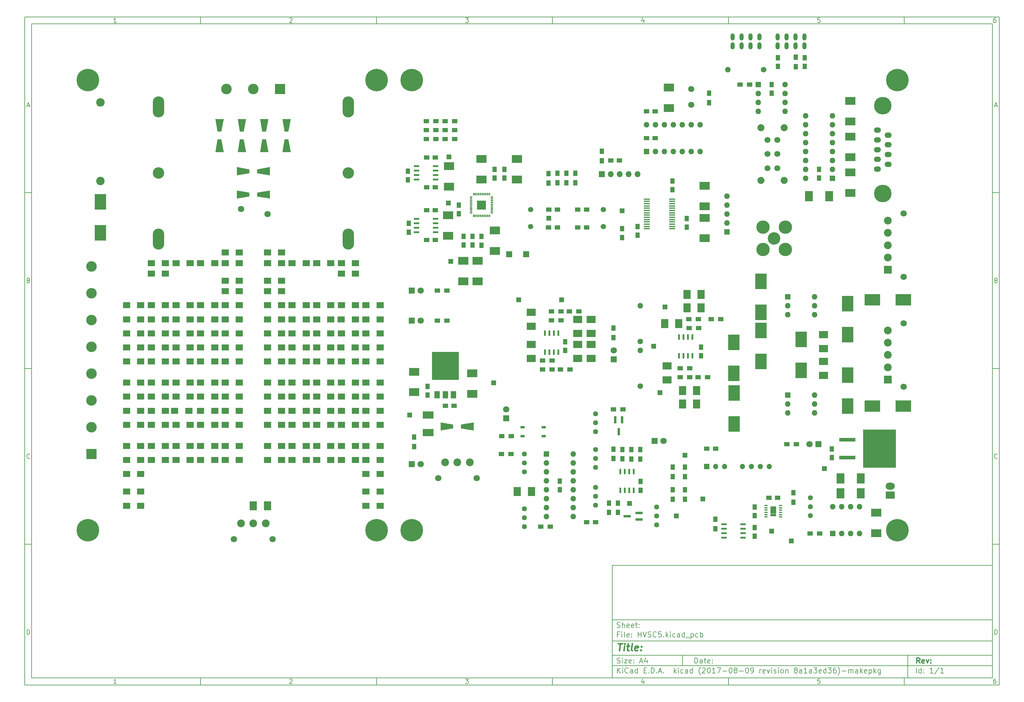
<source format=gbr>
G04 #@! TF.GenerationSoftware,KiCad,Pcbnew,(2017-08-09 revision 8a1a3ed36)-makepkg*
G04 #@! TF.CreationDate,2018-06-18T14:06:25+02:00*
G04 #@! TF.ProjectId,HVSC5,48565343352E6B696361645F70636200,rev?*
G04 #@! TF.SameCoordinates,Original*
G04 #@! TF.FileFunction,Soldermask,Top*
G04 #@! TF.FilePolarity,Negative*
%FSLAX46Y46*%
G04 Gerber Fmt 4.6, Leading zero omitted, Abs format (unit mm)*
G04 Created by KiCad (PCBNEW (2017-08-09 revision 8a1a3ed36)-makepkg) date 06/18/18 14:06:25*
%MOMM*%
%LPD*%
G01*
G04 APERTURE LIST*
%ADD10C,0.100000*%
%ADD11C,0.150000*%
%ADD12C,0.300000*%
%ADD13C,0.400000*%
%ADD14C,1.750000*%
%ADD15R,2.000000X1.700000*%
%ADD16R,1.500000X1.300000*%
%ADD17R,0.600000X1.550000*%
%ADD18R,1.250000X1.500000*%
%ADD19R,1.500000X2.000000*%
%ADD20R,7.600000X8.000000*%
%ADD21R,2.500000X2.000000*%
%ADD22R,1.350000X1.350000*%
%ADD23R,4.500000X3.300000*%
%ADD24R,3.300000X4.500000*%
%ADD25C,2.000000*%
%ADD26C,1.700000*%
%ADD27C,1.440000*%
%ADD28O,1.600000X1.600000*%
%ADD29R,1.600000X1.600000*%
%ADD30R,1.550000X0.600000*%
%ADD31R,0.700000X2.000000*%
%ADD32R,2.000000X0.700000*%
%ADD33R,3.000000X2.200000*%
%ADD34R,2.200000X3.000000*%
%ADD35C,1.600000*%
%ADD36R,2.500000X2.500000*%
%ADD37R,0.299720X0.800000*%
%ADD38R,0.800000X0.299720*%
%ADD39R,0.825000X0.712500*%
%ADD40R,0.890000X0.350000*%
%ADD41C,2.200000*%
%ADD42R,2.200000X2.200000*%
%ADD43C,1.800000*%
%ADD44R,1.750000X0.300000*%
%ADD45C,1.676868*%
%ADD46O,1.700000X1.700000*%
%ADD47R,1.700000X1.700000*%
%ADD48R,2.000000X2.500000*%
%ADD49R,9.400000X10.800000*%
%ADD50R,4.600000X1.100000*%
%ADD51O,2.600000X2.000000*%
%ADD52R,2.600000X2.000000*%
%ADD53R,1.500000X1.250000*%
%ADD54R,1.800000X1.800000*%
%ADD55R,3.150000X2.000000*%
%ADD56C,3.250000*%
%ADD57O,3.250000X6.000000*%
%ADD58C,6.400000*%
%ADD59C,0.800000*%
%ADD60C,3.810000*%
%ADD61C,3.556000*%
%ADD62C,5.001260*%
%ADD63O,1.998980X1.501140*%
%ADD64R,3.000000X3.000000*%
%ADD65C,3.000000*%
%ADD66R,1.750000X1.700000*%
%ADD67R,1.300000X1.500000*%
%ADD68O,2.400000X2.400000*%
%ADD69C,2.400000*%
%ADD70O,1.200000X2.000000*%
%ADD71O,1.500000X1.500000*%
%ADD72R,1.500000X1.500000*%
%ADD73R,1.200000X0.800000*%
%ADD74C,1.500000*%
G04 APERTURE END LIST*
D10*
D11*
X177002200Y-166007200D02*
X177002200Y-198007200D01*
X285002200Y-198007200D01*
X285002200Y-166007200D01*
X177002200Y-166007200D01*
D10*
D11*
X10000000Y-10000000D02*
X10000000Y-200007200D01*
X287002200Y-200007200D01*
X287002200Y-10000000D01*
X10000000Y-10000000D01*
D10*
D11*
X12000000Y-12000000D02*
X12000000Y-198007200D01*
X285002200Y-198007200D01*
X285002200Y-12000000D01*
X12000000Y-12000000D01*
D10*
D11*
X60000000Y-12000000D02*
X60000000Y-10000000D01*
D10*
D11*
X110000000Y-12000000D02*
X110000000Y-10000000D01*
D10*
D11*
X160000000Y-12000000D02*
X160000000Y-10000000D01*
D10*
D11*
X210000000Y-12000000D02*
X210000000Y-10000000D01*
D10*
D11*
X260000000Y-12000000D02*
X260000000Y-10000000D01*
D10*
D11*
X36065476Y-11588095D02*
X35322619Y-11588095D01*
X35694047Y-11588095D02*
X35694047Y-10288095D01*
X35570238Y-10473809D01*
X35446428Y-10597619D01*
X35322619Y-10659523D01*
D10*
D11*
X85322619Y-10411904D02*
X85384523Y-10350000D01*
X85508333Y-10288095D01*
X85817857Y-10288095D01*
X85941666Y-10350000D01*
X86003571Y-10411904D01*
X86065476Y-10535714D01*
X86065476Y-10659523D01*
X86003571Y-10845238D01*
X85260714Y-11588095D01*
X86065476Y-11588095D01*
D10*
D11*
X135260714Y-10288095D02*
X136065476Y-10288095D01*
X135632142Y-10783333D01*
X135817857Y-10783333D01*
X135941666Y-10845238D01*
X136003571Y-10907142D01*
X136065476Y-11030952D01*
X136065476Y-11340476D01*
X136003571Y-11464285D01*
X135941666Y-11526190D01*
X135817857Y-11588095D01*
X135446428Y-11588095D01*
X135322619Y-11526190D01*
X135260714Y-11464285D01*
D10*
D11*
X185941666Y-10721428D02*
X185941666Y-11588095D01*
X185632142Y-10226190D02*
X185322619Y-11154761D01*
X186127380Y-11154761D01*
D10*
D11*
X236003571Y-10288095D02*
X235384523Y-10288095D01*
X235322619Y-10907142D01*
X235384523Y-10845238D01*
X235508333Y-10783333D01*
X235817857Y-10783333D01*
X235941666Y-10845238D01*
X236003571Y-10907142D01*
X236065476Y-11030952D01*
X236065476Y-11340476D01*
X236003571Y-11464285D01*
X235941666Y-11526190D01*
X235817857Y-11588095D01*
X235508333Y-11588095D01*
X235384523Y-11526190D01*
X235322619Y-11464285D01*
D10*
D11*
X285941666Y-10288095D02*
X285694047Y-10288095D01*
X285570238Y-10350000D01*
X285508333Y-10411904D01*
X285384523Y-10597619D01*
X285322619Y-10845238D01*
X285322619Y-11340476D01*
X285384523Y-11464285D01*
X285446428Y-11526190D01*
X285570238Y-11588095D01*
X285817857Y-11588095D01*
X285941666Y-11526190D01*
X286003571Y-11464285D01*
X286065476Y-11340476D01*
X286065476Y-11030952D01*
X286003571Y-10907142D01*
X285941666Y-10845238D01*
X285817857Y-10783333D01*
X285570238Y-10783333D01*
X285446428Y-10845238D01*
X285384523Y-10907142D01*
X285322619Y-11030952D01*
D10*
D11*
X60000000Y-198007200D02*
X60000000Y-200007200D01*
D10*
D11*
X110000000Y-198007200D02*
X110000000Y-200007200D01*
D10*
D11*
X160000000Y-198007200D02*
X160000000Y-200007200D01*
D10*
D11*
X210000000Y-198007200D02*
X210000000Y-200007200D01*
D10*
D11*
X260000000Y-198007200D02*
X260000000Y-200007200D01*
D10*
D11*
X36065476Y-199595295D02*
X35322619Y-199595295D01*
X35694047Y-199595295D02*
X35694047Y-198295295D01*
X35570238Y-198481009D01*
X35446428Y-198604819D01*
X35322619Y-198666723D01*
D10*
D11*
X85322619Y-198419104D02*
X85384523Y-198357200D01*
X85508333Y-198295295D01*
X85817857Y-198295295D01*
X85941666Y-198357200D01*
X86003571Y-198419104D01*
X86065476Y-198542914D01*
X86065476Y-198666723D01*
X86003571Y-198852438D01*
X85260714Y-199595295D01*
X86065476Y-199595295D01*
D10*
D11*
X135260714Y-198295295D02*
X136065476Y-198295295D01*
X135632142Y-198790533D01*
X135817857Y-198790533D01*
X135941666Y-198852438D01*
X136003571Y-198914342D01*
X136065476Y-199038152D01*
X136065476Y-199347676D01*
X136003571Y-199471485D01*
X135941666Y-199533390D01*
X135817857Y-199595295D01*
X135446428Y-199595295D01*
X135322619Y-199533390D01*
X135260714Y-199471485D01*
D10*
D11*
X185941666Y-198728628D02*
X185941666Y-199595295D01*
X185632142Y-198233390D02*
X185322619Y-199161961D01*
X186127380Y-199161961D01*
D10*
D11*
X236003571Y-198295295D02*
X235384523Y-198295295D01*
X235322619Y-198914342D01*
X235384523Y-198852438D01*
X235508333Y-198790533D01*
X235817857Y-198790533D01*
X235941666Y-198852438D01*
X236003571Y-198914342D01*
X236065476Y-199038152D01*
X236065476Y-199347676D01*
X236003571Y-199471485D01*
X235941666Y-199533390D01*
X235817857Y-199595295D01*
X235508333Y-199595295D01*
X235384523Y-199533390D01*
X235322619Y-199471485D01*
D10*
D11*
X285941666Y-198295295D02*
X285694047Y-198295295D01*
X285570238Y-198357200D01*
X285508333Y-198419104D01*
X285384523Y-198604819D01*
X285322619Y-198852438D01*
X285322619Y-199347676D01*
X285384523Y-199471485D01*
X285446428Y-199533390D01*
X285570238Y-199595295D01*
X285817857Y-199595295D01*
X285941666Y-199533390D01*
X286003571Y-199471485D01*
X286065476Y-199347676D01*
X286065476Y-199038152D01*
X286003571Y-198914342D01*
X285941666Y-198852438D01*
X285817857Y-198790533D01*
X285570238Y-198790533D01*
X285446428Y-198852438D01*
X285384523Y-198914342D01*
X285322619Y-199038152D01*
D10*
D11*
X10000000Y-60000000D02*
X12000000Y-60000000D01*
D10*
D11*
X10000000Y-110000000D02*
X12000000Y-110000000D01*
D10*
D11*
X10000000Y-160000000D02*
X12000000Y-160000000D01*
D10*
D11*
X10690476Y-35216666D02*
X11309523Y-35216666D01*
X10566666Y-35588095D02*
X11000000Y-34288095D01*
X11433333Y-35588095D01*
D10*
D11*
X11092857Y-84907142D02*
X11278571Y-84969047D01*
X11340476Y-85030952D01*
X11402380Y-85154761D01*
X11402380Y-85340476D01*
X11340476Y-85464285D01*
X11278571Y-85526190D01*
X11154761Y-85588095D01*
X10659523Y-85588095D01*
X10659523Y-84288095D01*
X11092857Y-84288095D01*
X11216666Y-84350000D01*
X11278571Y-84411904D01*
X11340476Y-84535714D01*
X11340476Y-84659523D01*
X11278571Y-84783333D01*
X11216666Y-84845238D01*
X11092857Y-84907142D01*
X10659523Y-84907142D01*
D10*
D11*
X11402380Y-135464285D02*
X11340476Y-135526190D01*
X11154761Y-135588095D01*
X11030952Y-135588095D01*
X10845238Y-135526190D01*
X10721428Y-135402380D01*
X10659523Y-135278571D01*
X10597619Y-135030952D01*
X10597619Y-134845238D01*
X10659523Y-134597619D01*
X10721428Y-134473809D01*
X10845238Y-134350000D01*
X11030952Y-134288095D01*
X11154761Y-134288095D01*
X11340476Y-134350000D01*
X11402380Y-134411904D01*
D10*
D11*
X10659523Y-185588095D02*
X10659523Y-184288095D01*
X10969047Y-184288095D01*
X11154761Y-184350000D01*
X11278571Y-184473809D01*
X11340476Y-184597619D01*
X11402380Y-184845238D01*
X11402380Y-185030952D01*
X11340476Y-185278571D01*
X11278571Y-185402380D01*
X11154761Y-185526190D01*
X10969047Y-185588095D01*
X10659523Y-185588095D01*
D10*
D11*
X287002200Y-60000000D02*
X285002200Y-60000000D01*
D10*
D11*
X287002200Y-110000000D02*
X285002200Y-110000000D01*
D10*
D11*
X287002200Y-160000000D02*
X285002200Y-160000000D01*
D10*
D11*
X285692676Y-35216666D02*
X286311723Y-35216666D01*
X285568866Y-35588095D02*
X286002200Y-34288095D01*
X286435533Y-35588095D01*
D10*
D11*
X286095057Y-84907142D02*
X286280771Y-84969047D01*
X286342676Y-85030952D01*
X286404580Y-85154761D01*
X286404580Y-85340476D01*
X286342676Y-85464285D01*
X286280771Y-85526190D01*
X286156961Y-85588095D01*
X285661723Y-85588095D01*
X285661723Y-84288095D01*
X286095057Y-84288095D01*
X286218866Y-84350000D01*
X286280771Y-84411904D01*
X286342676Y-84535714D01*
X286342676Y-84659523D01*
X286280771Y-84783333D01*
X286218866Y-84845238D01*
X286095057Y-84907142D01*
X285661723Y-84907142D01*
D10*
D11*
X286404580Y-135464285D02*
X286342676Y-135526190D01*
X286156961Y-135588095D01*
X286033152Y-135588095D01*
X285847438Y-135526190D01*
X285723628Y-135402380D01*
X285661723Y-135278571D01*
X285599819Y-135030952D01*
X285599819Y-134845238D01*
X285661723Y-134597619D01*
X285723628Y-134473809D01*
X285847438Y-134350000D01*
X286033152Y-134288095D01*
X286156961Y-134288095D01*
X286342676Y-134350000D01*
X286404580Y-134411904D01*
D10*
D11*
X285661723Y-185588095D02*
X285661723Y-184288095D01*
X285971247Y-184288095D01*
X286156961Y-184350000D01*
X286280771Y-184473809D01*
X286342676Y-184597619D01*
X286404580Y-184845238D01*
X286404580Y-185030952D01*
X286342676Y-185278571D01*
X286280771Y-185402380D01*
X286156961Y-185526190D01*
X285971247Y-185588095D01*
X285661723Y-185588095D01*
D10*
D11*
X200434342Y-193785771D02*
X200434342Y-192285771D01*
X200791485Y-192285771D01*
X201005771Y-192357200D01*
X201148628Y-192500057D01*
X201220057Y-192642914D01*
X201291485Y-192928628D01*
X201291485Y-193142914D01*
X201220057Y-193428628D01*
X201148628Y-193571485D01*
X201005771Y-193714342D01*
X200791485Y-193785771D01*
X200434342Y-193785771D01*
X202577200Y-193785771D02*
X202577200Y-193000057D01*
X202505771Y-192857200D01*
X202362914Y-192785771D01*
X202077200Y-192785771D01*
X201934342Y-192857200D01*
X202577200Y-193714342D02*
X202434342Y-193785771D01*
X202077200Y-193785771D01*
X201934342Y-193714342D01*
X201862914Y-193571485D01*
X201862914Y-193428628D01*
X201934342Y-193285771D01*
X202077200Y-193214342D01*
X202434342Y-193214342D01*
X202577200Y-193142914D01*
X203077200Y-192785771D02*
X203648628Y-192785771D01*
X203291485Y-192285771D02*
X203291485Y-193571485D01*
X203362914Y-193714342D01*
X203505771Y-193785771D01*
X203648628Y-193785771D01*
X204720057Y-193714342D02*
X204577200Y-193785771D01*
X204291485Y-193785771D01*
X204148628Y-193714342D01*
X204077200Y-193571485D01*
X204077200Y-193000057D01*
X204148628Y-192857200D01*
X204291485Y-192785771D01*
X204577200Y-192785771D01*
X204720057Y-192857200D01*
X204791485Y-193000057D01*
X204791485Y-193142914D01*
X204077200Y-193285771D01*
X205434342Y-193642914D02*
X205505771Y-193714342D01*
X205434342Y-193785771D01*
X205362914Y-193714342D01*
X205434342Y-193642914D01*
X205434342Y-193785771D01*
X205434342Y-192857200D02*
X205505771Y-192928628D01*
X205434342Y-193000057D01*
X205362914Y-192928628D01*
X205434342Y-192857200D01*
X205434342Y-193000057D01*
D10*
D11*
X177002200Y-194507200D02*
X285002200Y-194507200D01*
D10*
D11*
X178434342Y-196585771D02*
X178434342Y-195085771D01*
X179291485Y-196585771D02*
X178648628Y-195728628D01*
X179291485Y-195085771D02*
X178434342Y-195942914D01*
X179934342Y-196585771D02*
X179934342Y-195585771D01*
X179934342Y-195085771D02*
X179862914Y-195157200D01*
X179934342Y-195228628D01*
X180005771Y-195157200D01*
X179934342Y-195085771D01*
X179934342Y-195228628D01*
X181505771Y-196442914D02*
X181434342Y-196514342D01*
X181220057Y-196585771D01*
X181077200Y-196585771D01*
X180862914Y-196514342D01*
X180720057Y-196371485D01*
X180648628Y-196228628D01*
X180577200Y-195942914D01*
X180577200Y-195728628D01*
X180648628Y-195442914D01*
X180720057Y-195300057D01*
X180862914Y-195157200D01*
X181077200Y-195085771D01*
X181220057Y-195085771D01*
X181434342Y-195157200D01*
X181505771Y-195228628D01*
X182791485Y-196585771D02*
X182791485Y-195800057D01*
X182720057Y-195657200D01*
X182577200Y-195585771D01*
X182291485Y-195585771D01*
X182148628Y-195657200D01*
X182791485Y-196514342D02*
X182648628Y-196585771D01*
X182291485Y-196585771D01*
X182148628Y-196514342D01*
X182077200Y-196371485D01*
X182077200Y-196228628D01*
X182148628Y-196085771D01*
X182291485Y-196014342D01*
X182648628Y-196014342D01*
X182791485Y-195942914D01*
X184148628Y-196585771D02*
X184148628Y-195085771D01*
X184148628Y-196514342D02*
X184005771Y-196585771D01*
X183720057Y-196585771D01*
X183577200Y-196514342D01*
X183505771Y-196442914D01*
X183434342Y-196300057D01*
X183434342Y-195871485D01*
X183505771Y-195728628D01*
X183577200Y-195657200D01*
X183720057Y-195585771D01*
X184005771Y-195585771D01*
X184148628Y-195657200D01*
X186005771Y-195800057D02*
X186505771Y-195800057D01*
X186720057Y-196585771D02*
X186005771Y-196585771D01*
X186005771Y-195085771D01*
X186720057Y-195085771D01*
X187362914Y-196442914D02*
X187434342Y-196514342D01*
X187362914Y-196585771D01*
X187291485Y-196514342D01*
X187362914Y-196442914D01*
X187362914Y-196585771D01*
X188077200Y-196585771D02*
X188077200Y-195085771D01*
X188434342Y-195085771D01*
X188648628Y-195157200D01*
X188791485Y-195300057D01*
X188862914Y-195442914D01*
X188934342Y-195728628D01*
X188934342Y-195942914D01*
X188862914Y-196228628D01*
X188791485Y-196371485D01*
X188648628Y-196514342D01*
X188434342Y-196585771D01*
X188077200Y-196585771D01*
X189577200Y-196442914D02*
X189648628Y-196514342D01*
X189577200Y-196585771D01*
X189505771Y-196514342D01*
X189577200Y-196442914D01*
X189577200Y-196585771D01*
X190220057Y-196157200D02*
X190934342Y-196157200D01*
X190077200Y-196585771D02*
X190577200Y-195085771D01*
X191077200Y-196585771D01*
X191577200Y-196442914D02*
X191648628Y-196514342D01*
X191577200Y-196585771D01*
X191505771Y-196514342D01*
X191577200Y-196442914D01*
X191577200Y-196585771D01*
X194577200Y-196585771D02*
X194577200Y-195085771D01*
X194720057Y-196014342D02*
X195148628Y-196585771D01*
X195148628Y-195585771D02*
X194577200Y-196157200D01*
X195791485Y-196585771D02*
X195791485Y-195585771D01*
X195791485Y-195085771D02*
X195720057Y-195157200D01*
X195791485Y-195228628D01*
X195862914Y-195157200D01*
X195791485Y-195085771D01*
X195791485Y-195228628D01*
X197148628Y-196514342D02*
X197005771Y-196585771D01*
X196720057Y-196585771D01*
X196577200Y-196514342D01*
X196505771Y-196442914D01*
X196434342Y-196300057D01*
X196434342Y-195871485D01*
X196505771Y-195728628D01*
X196577200Y-195657200D01*
X196720057Y-195585771D01*
X197005771Y-195585771D01*
X197148628Y-195657200D01*
X198434342Y-196585771D02*
X198434342Y-195800057D01*
X198362914Y-195657200D01*
X198220057Y-195585771D01*
X197934342Y-195585771D01*
X197791485Y-195657200D01*
X198434342Y-196514342D02*
X198291485Y-196585771D01*
X197934342Y-196585771D01*
X197791485Y-196514342D01*
X197720057Y-196371485D01*
X197720057Y-196228628D01*
X197791485Y-196085771D01*
X197934342Y-196014342D01*
X198291485Y-196014342D01*
X198434342Y-195942914D01*
X199791485Y-196585771D02*
X199791485Y-195085771D01*
X199791485Y-196514342D02*
X199648628Y-196585771D01*
X199362914Y-196585771D01*
X199220057Y-196514342D01*
X199148628Y-196442914D01*
X199077200Y-196300057D01*
X199077200Y-195871485D01*
X199148628Y-195728628D01*
X199220057Y-195657200D01*
X199362914Y-195585771D01*
X199648628Y-195585771D01*
X199791485Y-195657200D01*
X202077200Y-197157200D02*
X202005771Y-197085771D01*
X201862914Y-196871485D01*
X201791485Y-196728628D01*
X201720057Y-196514342D01*
X201648628Y-196157200D01*
X201648628Y-195871485D01*
X201720057Y-195514342D01*
X201791485Y-195300057D01*
X201862914Y-195157200D01*
X202005771Y-194942914D01*
X202077200Y-194871485D01*
X202577200Y-195228628D02*
X202648628Y-195157200D01*
X202791485Y-195085771D01*
X203148628Y-195085771D01*
X203291485Y-195157200D01*
X203362914Y-195228628D01*
X203434342Y-195371485D01*
X203434342Y-195514342D01*
X203362914Y-195728628D01*
X202505771Y-196585771D01*
X203434342Y-196585771D01*
X204362914Y-195085771D02*
X204505771Y-195085771D01*
X204648628Y-195157200D01*
X204720057Y-195228628D01*
X204791485Y-195371485D01*
X204862914Y-195657200D01*
X204862914Y-196014342D01*
X204791485Y-196300057D01*
X204720057Y-196442914D01*
X204648628Y-196514342D01*
X204505771Y-196585771D01*
X204362914Y-196585771D01*
X204220057Y-196514342D01*
X204148628Y-196442914D01*
X204077200Y-196300057D01*
X204005771Y-196014342D01*
X204005771Y-195657200D01*
X204077200Y-195371485D01*
X204148628Y-195228628D01*
X204220057Y-195157200D01*
X204362914Y-195085771D01*
X206291485Y-196585771D02*
X205434342Y-196585771D01*
X205862914Y-196585771D02*
X205862914Y-195085771D01*
X205720057Y-195300057D01*
X205577200Y-195442914D01*
X205434342Y-195514342D01*
X206791485Y-195085771D02*
X207791485Y-195085771D01*
X207148628Y-196585771D01*
X208362914Y-196014342D02*
X209505771Y-196014342D01*
X210505771Y-195085771D02*
X210648628Y-195085771D01*
X210791485Y-195157200D01*
X210862914Y-195228628D01*
X210934342Y-195371485D01*
X211005771Y-195657200D01*
X211005771Y-196014342D01*
X210934342Y-196300057D01*
X210862914Y-196442914D01*
X210791485Y-196514342D01*
X210648628Y-196585771D01*
X210505771Y-196585771D01*
X210362914Y-196514342D01*
X210291485Y-196442914D01*
X210220057Y-196300057D01*
X210148628Y-196014342D01*
X210148628Y-195657200D01*
X210220057Y-195371485D01*
X210291485Y-195228628D01*
X210362914Y-195157200D01*
X210505771Y-195085771D01*
X211862914Y-195728628D02*
X211720057Y-195657200D01*
X211648628Y-195585771D01*
X211577200Y-195442914D01*
X211577200Y-195371485D01*
X211648628Y-195228628D01*
X211720057Y-195157200D01*
X211862914Y-195085771D01*
X212148628Y-195085771D01*
X212291485Y-195157200D01*
X212362914Y-195228628D01*
X212434342Y-195371485D01*
X212434342Y-195442914D01*
X212362914Y-195585771D01*
X212291485Y-195657200D01*
X212148628Y-195728628D01*
X211862914Y-195728628D01*
X211720057Y-195800057D01*
X211648628Y-195871485D01*
X211577200Y-196014342D01*
X211577200Y-196300057D01*
X211648628Y-196442914D01*
X211720057Y-196514342D01*
X211862914Y-196585771D01*
X212148628Y-196585771D01*
X212291485Y-196514342D01*
X212362914Y-196442914D01*
X212434342Y-196300057D01*
X212434342Y-196014342D01*
X212362914Y-195871485D01*
X212291485Y-195800057D01*
X212148628Y-195728628D01*
X213077200Y-196014342D02*
X214220057Y-196014342D01*
X215220057Y-195085771D02*
X215362914Y-195085771D01*
X215505771Y-195157200D01*
X215577200Y-195228628D01*
X215648628Y-195371485D01*
X215720057Y-195657200D01*
X215720057Y-196014342D01*
X215648628Y-196300057D01*
X215577200Y-196442914D01*
X215505771Y-196514342D01*
X215362914Y-196585771D01*
X215220057Y-196585771D01*
X215077200Y-196514342D01*
X215005771Y-196442914D01*
X214934342Y-196300057D01*
X214862914Y-196014342D01*
X214862914Y-195657200D01*
X214934342Y-195371485D01*
X215005771Y-195228628D01*
X215077200Y-195157200D01*
X215220057Y-195085771D01*
X216434342Y-196585771D02*
X216720057Y-196585771D01*
X216862914Y-196514342D01*
X216934342Y-196442914D01*
X217077200Y-196228628D01*
X217148628Y-195942914D01*
X217148628Y-195371485D01*
X217077200Y-195228628D01*
X217005771Y-195157200D01*
X216862914Y-195085771D01*
X216577200Y-195085771D01*
X216434342Y-195157200D01*
X216362914Y-195228628D01*
X216291485Y-195371485D01*
X216291485Y-195728628D01*
X216362914Y-195871485D01*
X216434342Y-195942914D01*
X216577200Y-196014342D01*
X216862914Y-196014342D01*
X217005771Y-195942914D01*
X217077200Y-195871485D01*
X217148628Y-195728628D01*
X218934342Y-196585771D02*
X218934342Y-195585771D01*
X218934342Y-195871485D02*
X219005771Y-195728628D01*
X219077200Y-195657200D01*
X219220057Y-195585771D01*
X219362914Y-195585771D01*
X220434342Y-196514342D02*
X220291485Y-196585771D01*
X220005771Y-196585771D01*
X219862914Y-196514342D01*
X219791485Y-196371485D01*
X219791485Y-195800057D01*
X219862914Y-195657200D01*
X220005771Y-195585771D01*
X220291485Y-195585771D01*
X220434342Y-195657200D01*
X220505771Y-195800057D01*
X220505771Y-195942914D01*
X219791485Y-196085771D01*
X221005771Y-195585771D02*
X221362914Y-196585771D01*
X221720057Y-195585771D01*
X222291485Y-196585771D02*
X222291485Y-195585771D01*
X222291485Y-195085771D02*
X222220057Y-195157200D01*
X222291485Y-195228628D01*
X222362914Y-195157200D01*
X222291485Y-195085771D01*
X222291485Y-195228628D01*
X222934342Y-196514342D02*
X223077200Y-196585771D01*
X223362914Y-196585771D01*
X223505771Y-196514342D01*
X223577200Y-196371485D01*
X223577200Y-196300057D01*
X223505771Y-196157200D01*
X223362914Y-196085771D01*
X223148628Y-196085771D01*
X223005771Y-196014342D01*
X222934342Y-195871485D01*
X222934342Y-195800057D01*
X223005771Y-195657200D01*
X223148628Y-195585771D01*
X223362914Y-195585771D01*
X223505771Y-195657200D01*
X224220057Y-196585771D02*
X224220057Y-195585771D01*
X224220057Y-195085771D02*
X224148628Y-195157200D01*
X224220057Y-195228628D01*
X224291485Y-195157200D01*
X224220057Y-195085771D01*
X224220057Y-195228628D01*
X225148628Y-196585771D02*
X225005771Y-196514342D01*
X224934342Y-196442914D01*
X224862914Y-196300057D01*
X224862914Y-195871485D01*
X224934342Y-195728628D01*
X225005771Y-195657200D01*
X225148628Y-195585771D01*
X225362914Y-195585771D01*
X225505771Y-195657200D01*
X225577200Y-195728628D01*
X225648628Y-195871485D01*
X225648628Y-196300057D01*
X225577200Y-196442914D01*
X225505771Y-196514342D01*
X225362914Y-196585771D01*
X225148628Y-196585771D01*
X226291485Y-195585771D02*
X226291485Y-196585771D01*
X226291485Y-195728628D02*
X226362914Y-195657200D01*
X226505771Y-195585771D01*
X226720057Y-195585771D01*
X226862914Y-195657200D01*
X226934342Y-195800057D01*
X226934342Y-196585771D01*
X229005771Y-195728628D02*
X228862914Y-195657200D01*
X228791485Y-195585771D01*
X228720057Y-195442914D01*
X228720057Y-195371485D01*
X228791485Y-195228628D01*
X228862914Y-195157200D01*
X229005771Y-195085771D01*
X229291485Y-195085771D01*
X229434342Y-195157200D01*
X229505771Y-195228628D01*
X229577200Y-195371485D01*
X229577200Y-195442914D01*
X229505771Y-195585771D01*
X229434342Y-195657200D01*
X229291485Y-195728628D01*
X229005771Y-195728628D01*
X228862914Y-195800057D01*
X228791485Y-195871485D01*
X228720057Y-196014342D01*
X228720057Y-196300057D01*
X228791485Y-196442914D01*
X228862914Y-196514342D01*
X229005771Y-196585771D01*
X229291485Y-196585771D01*
X229434342Y-196514342D01*
X229505771Y-196442914D01*
X229577200Y-196300057D01*
X229577200Y-196014342D01*
X229505771Y-195871485D01*
X229434342Y-195800057D01*
X229291485Y-195728628D01*
X230862914Y-196585771D02*
X230862914Y-195800057D01*
X230791485Y-195657200D01*
X230648628Y-195585771D01*
X230362914Y-195585771D01*
X230220057Y-195657200D01*
X230862914Y-196514342D02*
X230720057Y-196585771D01*
X230362914Y-196585771D01*
X230220057Y-196514342D01*
X230148628Y-196371485D01*
X230148628Y-196228628D01*
X230220057Y-196085771D01*
X230362914Y-196014342D01*
X230720057Y-196014342D01*
X230862914Y-195942914D01*
X232362914Y-196585771D02*
X231505771Y-196585771D01*
X231934342Y-196585771D02*
X231934342Y-195085771D01*
X231791485Y-195300057D01*
X231648628Y-195442914D01*
X231505771Y-195514342D01*
X233648628Y-196585771D02*
X233648628Y-195800057D01*
X233577200Y-195657200D01*
X233434342Y-195585771D01*
X233148628Y-195585771D01*
X233005771Y-195657200D01*
X233648628Y-196514342D02*
X233505771Y-196585771D01*
X233148628Y-196585771D01*
X233005771Y-196514342D01*
X232934342Y-196371485D01*
X232934342Y-196228628D01*
X233005771Y-196085771D01*
X233148628Y-196014342D01*
X233505771Y-196014342D01*
X233648628Y-195942914D01*
X234220057Y-195085771D02*
X235148628Y-195085771D01*
X234648628Y-195657200D01*
X234862914Y-195657200D01*
X235005771Y-195728628D01*
X235077200Y-195800057D01*
X235148628Y-195942914D01*
X235148628Y-196300057D01*
X235077200Y-196442914D01*
X235005771Y-196514342D01*
X234862914Y-196585771D01*
X234434342Y-196585771D01*
X234291485Y-196514342D01*
X234220057Y-196442914D01*
X236362914Y-196514342D02*
X236220057Y-196585771D01*
X235934342Y-196585771D01*
X235791485Y-196514342D01*
X235720057Y-196371485D01*
X235720057Y-195800057D01*
X235791485Y-195657200D01*
X235934342Y-195585771D01*
X236220057Y-195585771D01*
X236362914Y-195657200D01*
X236434342Y-195800057D01*
X236434342Y-195942914D01*
X235720057Y-196085771D01*
X237720057Y-196585771D02*
X237720057Y-195085771D01*
X237720057Y-196514342D02*
X237577200Y-196585771D01*
X237291485Y-196585771D01*
X237148628Y-196514342D01*
X237077200Y-196442914D01*
X237005771Y-196300057D01*
X237005771Y-195871485D01*
X237077200Y-195728628D01*
X237148628Y-195657200D01*
X237291485Y-195585771D01*
X237577200Y-195585771D01*
X237720057Y-195657200D01*
X238291485Y-195085771D02*
X239220057Y-195085771D01*
X238720057Y-195657200D01*
X238934342Y-195657200D01*
X239077200Y-195728628D01*
X239148628Y-195800057D01*
X239220057Y-195942914D01*
X239220057Y-196300057D01*
X239148628Y-196442914D01*
X239077200Y-196514342D01*
X238934342Y-196585771D01*
X238505771Y-196585771D01*
X238362914Y-196514342D01*
X238291485Y-196442914D01*
X240505771Y-195085771D02*
X240220057Y-195085771D01*
X240077200Y-195157200D01*
X240005771Y-195228628D01*
X239862914Y-195442914D01*
X239791485Y-195728628D01*
X239791485Y-196300057D01*
X239862914Y-196442914D01*
X239934342Y-196514342D01*
X240077200Y-196585771D01*
X240362914Y-196585771D01*
X240505771Y-196514342D01*
X240577200Y-196442914D01*
X240648628Y-196300057D01*
X240648628Y-195942914D01*
X240577200Y-195800057D01*
X240505771Y-195728628D01*
X240362914Y-195657200D01*
X240077200Y-195657200D01*
X239934342Y-195728628D01*
X239862914Y-195800057D01*
X239791485Y-195942914D01*
X241148628Y-197157200D02*
X241220057Y-197085771D01*
X241362914Y-196871485D01*
X241434342Y-196728628D01*
X241505771Y-196514342D01*
X241577199Y-196157200D01*
X241577199Y-195871485D01*
X241505771Y-195514342D01*
X241434342Y-195300057D01*
X241362914Y-195157200D01*
X241220057Y-194942914D01*
X241148628Y-194871485D01*
X242291485Y-196014342D02*
X243434342Y-196014342D01*
X244148628Y-196585771D02*
X244148628Y-195585771D01*
X244148628Y-195728628D02*
X244220057Y-195657200D01*
X244362914Y-195585771D01*
X244577199Y-195585771D01*
X244720057Y-195657200D01*
X244791485Y-195800057D01*
X244791485Y-196585771D01*
X244791485Y-195800057D02*
X244862914Y-195657200D01*
X245005771Y-195585771D01*
X245220057Y-195585771D01*
X245362914Y-195657200D01*
X245434342Y-195800057D01*
X245434342Y-196585771D01*
X246791485Y-196585771D02*
X246791485Y-195800057D01*
X246720057Y-195657200D01*
X246577200Y-195585771D01*
X246291485Y-195585771D01*
X246148628Y-195657200D01*
X246791485Y-196514342D02*
X246648628Y-196585771D01*
X246291485Y-196585771D01*
X246148628Y-196514342D01*
X246077200Y-196371485D01*
X246077200Y-196228628D01*
X246148628Y-196085771D01*
X246291485Y-196014342D01*
X246648628Y-196014342D01*
X246791485Y-195942914D01*
X247505771Y-196585771D02*
X247505771Y-195085771D01*
X247648628Y-196014342D02*
X248077200Y-196585771D01*
X248077200Y-195585771D02*
X247505771Y-196157200D01*
X249291485Y-196514342D02*
X249148628Y-196585771D01*
X248862914Y-196585771D01*
X248720057Y-196514342D01*
X248648628Y-196371485D01*
X248648628Y-195800057D01*
X248720057Y-195657200D01*
X248862914Y-195585771D01*
X249148628Y-195585771D01*
X249291485Y-195657200D01*
X249362914Y-195800057D01*
X249362914Y-195942914D01*
X248648628Y-196085771D01*
X250005771Y-195585771D02*
X250005771Y-197085771D01*
X250005771Y-195657200D02*
X250148628Y-195585771D01*
X250434342Y-195585771D01*
X250577200Y-195657200D01*
X250648628Y-195728628D01*
X250720057Y-195871485D01*
X250720057Y-196300057D01*
X250648628Y-196442914D01*
X250577200Y-196514342D01*
X250434342Y-196585771D01*
X250148628Y-196585771D01*
X250005771Y-196514342D01*
X251362914Y-196585771D02*
X251362914Y-195085771D01*
X251505771Y-196014342D02*
X251934342Y-196585771D01*
X251934342Y-195585771D02*
X251362914Y-196157200D01*
X253220057Y-195585771D02*
X253220057Y-196800057D01*
X253148628Y-196942914D01*
X253077199Y-197014342D01*
X252934342Y-197085771D01*
X252720057Y-197085771D01*
X252577199Y-197014342D01*
X253220057Y-196514342D02*
X253077199Y-196585771D01*
X252791485Y-196585771D01*
X252648628Y-196514342D01*
X252577199Y-196442914D01*
X252505771Y-196300057D01*
X252505771Y-195871485D01*
X252577199Y-195728628D01*
X252648628Y-195657200D01*
X252791485Y-195585771D01*
X253077199Y-195585771D01*
X253220057Y-195657200D01*
D10*
D11*
X177002200Y-191507200D02*
X285002200Y-191507200D01*
D10*
D12*
X264411485Y-193785771D02*
X263911485Y-193071485D01*
X263554342Y-193785771D02*
X263554342Y-192285771D01*
X264125771Y-192285771D01*
X264268628Y-192357200D01*
X264340057Y-192428628D01*
X264411485Y-192571485D01*
X264411485Y-192785771D01*
X264340057Y-192928628D01*
X264268628Y-193000057D01*
X264125771Y-193071485D01*
X263554342Y-193071485D01*
X265625771Y-193714342D02*
X265482914Y-193785771D01*
X265197200Y-193785771D01*
X265054342Y-193714342D01*
X264982914Y-193571485D01*
X264982914Y-193000057D01*
X265054342Y-192857200D01*
X265197200Y-192785771D01*
X265482914Y-192785771D01*
X265625771Y-192857200D01*
X265697200Y-193000057D01*
X265697200Y-193142914D01*
X264982914Y-193285771D01*
X266197200Y-192785771D02*
X266554342Y-193785771D01*
X266911485Y-192785771D01*
X267482914Y-193642914D02*
X267554342Y-193714342D01*
X267482914Y-193785771D01*
X267411485Y-193714342D01*
X267482914Y-193642914D01*
X267482914Y-193785771D01*
X267482914Y-192857200D02*
X267554342Y-192928628D01*
X267482914Y-193000057D01*
X267411485Y-192928628D01*
X267482914Y-192857200D01*
X267482914Y-193000057D01*
D10*
D11*
X178362914Y-193714342D02*
X178577200Y-193785771D01*
X178934342Y-193785771D01*
X179077200Y-193714342D01*
X179148628Y-193642914D01*
X179220057Y-193500057D01*
X179220057Y-193357200D01*
X179148628Y-193214342D01*
X179077200Y-193142914D01*
X178934342Y-193071485D01*
X178648628Y-193000057D01*
X178505771Y-192928628D01*
X178434342Y-192857200D01*
X178362914Y-192714342D01*
X178362914Y-192571485D01*
X178434342Y-192428628D01*
X178505771Y-192357200D01*
X178648628Y-192285771D01*
X179005771Y-192285771D01*
X179220057Y-192357200D01*
X179862914Y-193785771D02*
X179862914Y-192785771D01*
X179862914Y-192285771D02*
X179791485Y-192357200D01*
X179862914Y-192428628D01*
X179934342Y-192357200D01*
X179862914Y-192285771D01*
X179862914Y-192428628D01*
X180434342Y-192785771D02*
X181220057Y-192785771D01*
X180434342Y-193785771D01*
X181220057Y-193785771D01*
X182362914Y-193714342D02*
X182220057Y-193785771D01*
X181934342Y-193785771D01*
X181791485Y-193714342D01*
X181720057Y-193571485D01*
X181720057Y-193000057D01*
X181791485Y-192857200D01*
X181934342Y-192785771D01*
X182220057Y-192785771D01*
X182362914Y-192857200D01*
X182434342Y-193000057D01*
X182434342Y-193142914D01*
X181720057Y-193285771D01*
X183077200Y-193642914D02*
X183148628Y-193714342D01*
X183077200Y-193785771D01*
X183005771Y-193714342D01*
X183077200Y-193642914D01*
X183077200Y-193785771D01*
X183077200Y-192857200D02*
X183148628Y-192928628D01*
X183077200Y-193000057D01*
X183005771Y-192928628D01*
X183077200Y-192857200D01*
X183077200Y-193000057D01*
X184862914Y-193357200D02*
X185577200Y-193357200D01*
X184720057Y-193785771D02*
X185220057Y-192285771D01*
X185720057Y-193785771D01*
X186862914Y-192785771D02*
X186862914Y-193785771D01*
X186505771Y-192214342D02*
X186148628Y-193285771D01*
X187077200Y-193285771D01*
D10*
D11*
X263434342Y-196585771D02*
X263434342Y-195085771D01*
X264791485Y-196585771D02*
X264791485Y-195085771D01*
X264791485Y-196514342D02*
X264648628Y-196585771D01*
X264362914Y-196585771D01*
X264220057Y-196514342D01*
X264148628Y-196442914D01*
X264077200Y-196300057D01*
X264077200Y-195871485D01*
X264148628Y-195728628D01*
X264220057Y-195657200D01*
X264362914Y-195585771D01*
X264648628Y-195585771D01*
X264791485Y-195657200D01*
X265505771Y-196442914D02*
X265577200Y-196514342D01*
X265505771Y-196585771D01*
X265434342Y-196514342D01*
X265505771Y-196442914D01*
X265505771Y-196585771D01*
X265505771Y-195657200D02*
X265577200Y-195728628D01*
X265505771Y-195800057D01*
X265434342Y-195728628D01*
X265505771Y-195657200D01*
X265505771Y-195800057D01*
X268148628Y-196585771D02*
X267291485Y-196585771D01*
X267720057Y-196585771D02*
X267720057Y-195085771D01*
X267577200Y-195300057D01*
X267434342Y-195442914D01*
X267291485Y-195514342D01*
X269862914Y-195014342D02*
X268577200Y-196942914D01*
X271148628Y-196585771D02*
X270291485Y-196585771D01*
X270720057Y-196585771D02*
X270720057Y-195085771D01*
X270577200Y-195300057D01*
X270434342Y-195442914D01*
X270291485Y-195514342D01*
D10*
D11*
X177002200Y-187507200D02*
X285002200Y-187507200D01*
D10*
D13*
X178714580Y-188211961D02*
X179857438Y-188211961D01*
X179036009Y-190211961D02*
X179286009Y-188211961D01*
X180274104Y-190211961D02*
X180440771Y-188878628D01*
X180524104Y-188211961D02*
X180416961Y-188307200D01*
X180500295Y-188402438D01*
X180607438Y-188307200D01*
X180524104Y-188211961D01*
X180500295Y-188402438D01*
X181107438Y-188878628D02*
X181869342Y-188878628D01*
X181476485Y-188211961D02*
X181262200Y-189926247D01*
X181333628Y-190116723D01*
X181512200Y-190211961D01*
X181702676Y-190211961D01*
X182655057Y-190211961D02*
X182476485Y-190116723D01*
X182405057Y-189926247D01*
X182619342Y-188211961D01*
X184190771Y-190116723D02*
X183988390Y-190211961D01*
X183607438Y-190211961D01*
X183428866Y-190116723D01*
X183357438Y-189926247D01*
X183452676Y-189164342D01*
X183571723Y-188973866D01*
X183774104Y-188878628D01*
X184155057Y-188878628D01*
X184333628Y-188973866D01*
X184405057Y-189164342D01*
X184381247Y-189354819D01*
X183405057Y-189545295D01*
X185155057Y-190021485D02*
X185238390Y-190116723D01*
X185131247Y-190211961D01*
X185047914Y-190116723D01*
X185155057Y-190021485D01*
X185131247Y-190211961D01*
X185286009Y-188973866D02*
X185369342Y-189069104D01*
X185262200Y-189164342D01*
X185178866Y-189069104D01*
X185286009Y-188973866D01*
X185262200Y-189164342D01*
D10*
D11*
X178934342Y-185600057D02*
X178434342Y-185600057D01*
X178434342Y-186385771D02*
X178434342Y-184885771D01*
X179148628Y-184885771D01*
X179720057Y-186385771D02*
X179720057Y-185385771D01*
X179720057Y-184885771D02*
X179648628Y-184957200D01*
X179720057Y-185028628D01*
X179791485Y-184957200D01*
X179720057Y-184885771D01*
X179720057Y-185028628D01*
X180648628Y-186385771D02*
X180505771Y-186314342D01*
X180434342Y-186171485D01*
X180434342Y-184885771D01*
X181791485Y-186314342D02*
X181648628Y-186385771D01*
X181362914Y-186385771D01*
X181220057Y-186314342D01*
X181148628Y-186171485D01*
X181148628Y-185600057D01*
X181220057Y-185457200D01*
X181362914Y-185385771D01*
X181648628Y-185385771D01*
X181791485Y-185457200D01*
X181862914Y-185600057D01*
X181862914Y-185742914D01*
X181148628Y-185885771D01*
X182505771Y-186242914D02*
X182577200Y-186314342D01*
X182505771Y-186385771D01*
X182434342Y-186314342D01*
X182505771Y-186242914D01*
X182505771Y-186385771D01*
X182505771Y-185457200D02*
X182577200Y-185528628D01*
X182505771Y-185600057D01*
X182434342Y-185528628D01*
X182505771Y-185457200D01*
X182505771Y-185600057D01*
X184362914Y-186385771D02*
X184362914Y-184885771D01*
X184362914Y-185600057D02*
X185220057Y-185600057D01*
X185220057Y-186385771D02*
X185220057Y-184885771D01*
X185720057Y-184885771D02*
X186220057Y-186385771D01*
X186720057Y-184885771D01*
X187148628Y-186314342D02*
X187362914Y-186385771D01*
X187720057Y-186385771D01*
X187862914Y-186314342D01*
X187934342Y-186242914D01*
X188005771Y-186100057D01*
X188005771Y-185957200D01*
X187934342Y-185814342D01*
X187862914Y-185742914D01*
X187720057Y-185671485D01*
X187434342Y-185600057D01*
X187291485Y-185528628D01*
X187220057Y-185457200D01*
X187148628Y-185314342D01*
X187148628Y-185171485D01*
X187220057Y-185028628D01*
X187291485Y-184957200D01*
X187434342Y-184885771D01*
X187791485Y-184885771D01*
X188005771Y-184957200D01*
X189505771Y-186242914D02*
X189434342Y-186314342D01*
X189220057Y-186385771D01*
X189077200Y-186385771D01*
X188862914Y-186314342D01*
X188720057Y-186171485D01*
X188648628Y-186028628D01*
X188577200Y-185742914D01*
X188577200Y-185528628D01*
X188648628Y-185242914D01*
X188720057Y-185100057D01*
X188862914Y-184957200D01*
X189077200Y-184885771D01*
X189220057Y-184885771D01*
X189434342Y-184957200D01*
X189505771Y-185028628D01*
X190862914Y-184885771D02*
X190148628Y-184885771D01*
X190077200Y-185600057D01*
X190148628Y-185528628D01*
X190291485Y-185457200D01*
X190648628Y-185457200D01*
X190791485Y-185528628D01*
X190862914Y-185600057D01*
X190934342Y-185742914D01*
X190934342Y-186100057D01*
X190862914Y-186242914D01*
X190791485Y-186314342D01*
X190648628Y-186385771D01*
X190291485Y-186385771D01*
X190148628Y-186314342D01*
X190077200Y-186242914D01*
X191577200Y-186242914D02*
X191648628Y-186314342D01*
X191577200Y-186385771D01*
X191505771Y-186314342D01*
X191577200Y-186242914D01*
X191577200Y-186385771D01*
X192291485Y-186385771D02*
X192291485Y-184885771D01*
X192434342Y-185814342D02*
X192862914Y-186385771D01*
X192862914Y-185385771D02*
X192291485Y-185957200D01*
X193505771Y-186385771D02*
X193505771Y-185385771D01*
X193505771Y-184885771D02*
X193434342Y-184957200D01*
X193505771Y-185028628D01*
X193577200Y-184957200D01*
X193505771Y-184885771D01*
X193505771Y-185028628D01*
X194862914Y-186314342D02*
X194720057Y-186385771D01*
X194434342Y-186385771D01*
X194291485Y-186314342D01*
X194220057Y-186242914D01*
X194148628Y-186100057D01*
X194148628Y-185671485D01*
X194220057Y-185528628D01*
X194291485Y-185457200D01*
X194434342Y-185385771D01*
X194720057Y-185385771D01*
X194862914Y-185457200D01*
X196148628Y-186385771D02*
X196148628Y-185600057D01*
X196077200Y-185457200D01*
X195934342Y-185385771D01*
X195648628Y-185385771D01*
X195505771Y-185457200D01*
X196148628Y-186314342D02*
X196005771Y-186385771D01*
X195648628Y-186385771D01*
X195505771Y-186314342D01*
X195434342Y-186171485D01*
X195434342Y-186028628D01*
X195505771Y-185885771D01*
X195648628Y-185814342D01*
X196005771Y-185814342D01*
X196148628Y-185742914D01*
X197505771Y-186385771D02*
X197505771Y-184885771D01*
X197505771Y-186314342D02*
X197362914Y-186385771D01*
X197077200Y-186385771D01*
X196934342Y-186314342D01*
X196862914Y-186242914D01*
X196791485Y-186100057D01*
X196791485Y-185671485D01*
X196862914Y-185528628D01*
X196934342Y-185457200D01*
X197077200Y-185385771D01*
X197362914Y-185385771D01*
X197505771Y-185457200D01*
X197862914Y-186528628D02*
X199005771Y-186528628D01*
X199362914Y-185385771D02*
X199362914Y-186885771D01*
X199362914Y-185457200D02*
X199505771Y-185385771D01*
X199791485Y-185385771D01*
X199934342Y-185457200D01*
X200005771Y-185528628D01*
X200077200Y-185671485D01*
X200077200Y-186100057D01*
X200005771Y-186242914D01*
X199934342Y-186314342D01*
X199791485Y-186385771D01*
X199505771Y-186385771D01*
X199362914Y-186314342D01*
X201362914Y-186314342D02*
X201220057Y-186385771D01*
X200934342Y-186385771D01*
X200791485Y-186314342D01*
X200720057Y-186242914D01*
X200648628Y-186100057D01*
X200648628Y-185671485D01*
X200720057Y-185528628D01*
X200791485Y-185457200D01*
X200934342Y-185385771D01*
X201220057Y-185385771D01*
X201362914Y-185457200D01*
X202005771Y-186385771D02*
X202005771Y-184885771D01*
X202005771Y-185457200D02*
X202148628Y-185385771D01*
X202434342Y-185385771D01*
X202577200Y-185457200D01*
X202648628Y-185528628D01*
X202720057Y-185671485D01*
X202720057Y-186100057D01*
X202648628Y-186242914D01*
X202577200Y-186314342D01*
X202434342Y-186385771D01*
X202148628Y-186385771D01*
X202005771Y-186314342D01*
D10*
D11*
X177002200Y-181507200D02*
X285002200Y-181507200D01*
D10*
D11*
X178362914Y-183614342D02*
X178577200Y-183685771D01*
X178934342Y-183685771D01*
X179077200Y-183614342D01*
X179148628Y-183542914D01*
X179220057Y-183400057D01*
X179220057Y-183257200D01*
X179148628Y-183114342D01*
X179077200Y-183042914D01*
X178934342Y-182971485D01*
X178648628Y-182900057D01*
X178505771Y-182828628D01*
X178434342Y-182757200D01*
X178362914Y-182614342D01*
X178362914Y-182471485D01*
X178434342Y-182328628D01*
X178505771Y-182257200D01*
X178648628Y-182185771D01*
X179005771Y-182185771D01*
X179220057Y-182257200D01*
X179862914Y-183685771D02*
X179862914Y-182185771D01*
X180505771Y-183685771D02*
X180505771Y-182900057D01*
X180434342Y-182757200D01*
X180291485Y-182685771D01*
X180077200Y-182685771D01*
X179934342Y-182757200D01*
X179862914Y-182828628D01*
X181791485Y-183614342D02*
X181648628Y-183685771D01*
X181362914Y-183685771D01*
X181220057Y-183614342D01*
X181148628Y-183471485D01*
X181148628Y-182900057D01*
X181220057Y-182757200D01*
X181362914Y-182685771D01*
X181648628Y-182685771D01*
X181791485Y-182757200D01*
X181862914Y-182900057D01*
X181862914Y-183042914D01*
X181148628Y-183185771D01*
X183077200Y-183614342D02*
X182934342Y-183685771D01*
X182648628Y-183685771D01*
X182505771Y-183614342D01*
X182434342Y-183471485D01*
X182434342Y-182900057D01*
X182505771Y-182757200D01*
X182648628Y-182685771D01*
X182934342Y-182685771D01*
X183077200Y-182757200D01*
X183148628Y-182900057D01*
X183148628Y-183042914D01*
X182434342Y-183185771D01*
X183577200Y-182685771D02*
X184148628Y-182685771D01*
X183791485Y-182185771D02*
X183791485Y-183471485D01*
X183862914Y-183614342D01*
X184005771Y-183685771D01*
X184148628Y-183685771D01*
X184648628Y-183542914D02*
X184720057Y-183614342D01*
X184648628Y-183685771D01*
X184577200Y-183614342D01*
X184648628Y-183542914D01*
X184648628Y-183685771D01*
X184648628Y-182757200D02*
X184720057Y-182828628D01*
X184648628Y-182900057D01*
X184577200Y-182828628D01*
X184648628Y-182757200D01*
X184648628Y-182900057D01*
D10*
D11*
X197002200Y-191507200D02*
X197002200Y-194507200D01*
D10*
D11*
X261002200Y-191507200D02*
X261002200Y-198007200D01*
D14*
X199390000Y-34980000D03*
X199390000Y-30480000D03*
D15*
X60000000Y-100000000D03*
X64000000Y-100000000D03*
X93000000Y-132000000D03*
X97000000Y-132000000D03*
D16*
X129506000Y-39624000D03*
X132206000Y-39624000D03*
X132206000Y-44704000D03*
X129506000Y-44704000D03*
X129506000Y-42164000D03*
X132206000Y-42164000D03*
D15*
X46000000Y-80000000D03*
X50000000Y-80000000D03*
X90000000Y-80000000D03*
X86000000Y-80000000D03*
X71000000Y-92000000D03*
X67000000Y-92000000D03*
X104000000Y-83000000D03*
X100000000Y-83000000D03*
X79000000Y-77000000D03*
X83000000Y-77000000D03*
X67000000Y-77000000D03*
X71000000Y-77000000D03*
X83000000Y-80000000D03*
X79000000Y-80000000D03*
X71000000Y-80000000D03*
X67000000Y-80000000D03*
X53000000Y-80000000D03*
X57000000Y-80000000D03*
X104000000Y-80000000D03*
X100000000Y-80000000D03*
X50000000Y-83000000D03*
X46000000Y-83000000D03*
X83000000Y-92000000D03*
X79000000Y-92000000D03*
X64000000Y-80000000D03*
X60000000Y-80000000D03*
X90000000Y-92000000D03*
X86000000Y-92000000D03*
X90000000Y-126000000D03*
X86000000Y-126000000D03*
X60000000Y-92000000D03*
X64000000Y-92000000D03*
X43000000Y-136000000D03*
X39000000Y-136000000D03*
X104000000Y-122000000D03*
X100000000Y-122000000D03*
X53000000Y-114000000D03*
X57000000Y-114000000D03*
X39000000Y-122000000D03*
X43000000Y-122000000D03*
X86000000Y-122000000D03*
X90000000Y-122000000D03*
X71000000Y-88000000D03*
X67000000Y-88000000D03*
X93000000Y-122000000D03*
X97000000Y-122000000D03*
X93000000Y-126000000D03*
X97000000Y-126000000D03*
X46000000Y-136000000D03*
X50000000Y-136000000D03*
X52650000Y-122000000D03*
X56650000Y-122000000D03*
X64000000Y-122000000D03*
X60000000Y-122000000D03*
X79000000Y-122000000D03*
X83000000Y-122000000D03*
X79000000Y-126000000D03*
X83000000Y-126000000D03*
X67000000Y-126000000D03*
X71000000Y-126000000D03*
X67000000Y-122000000D03*
X71000000Y-122000000D03*
X71000000Y-85000000D03*
X67000000Y-85000000D03*
X83000000Y-85000000D03*
X79000000Y-85000000D03*
X111000000Y-145000000D03*
X107000000Y-145000000D03*
X43000000Y-145000000D03*
X39000000Y-145000000D03*
X46000000Y-122000000D03*
X50000000Y-122000000D03*
X83000000Y-118000000D03*
X79000000Y-118000000D03*
X83000000Y-114000000D03*
X79000000Y-114000000D03*
X71000000Y-114000000D03*
X67000000Y-114000000D03*
X90000000Y-118000000D03*
X86000000Y-118000000D03*
X83000000Y-88000000D03*
X79000000Y-88000000D03*
X111000000Y-122000000D03*
X107000000Y-122000000D03*
X57000000Y-118000000D03*
X53000000Y-118000000D03*
X60000000Y-118000000D03*
X64000000Y-118000000D03*
X111000000Y-118000000D03*
X107000000Y-118000000D03*
X100000000Y-118000000D03*
X104000000Y-118000000D03*
X46000000Y-118000000D03*
X50000000Y-118000000D03*
X43000000Y-118000000D03*
X39000000Y-118000000D03*
X93000000Y-92000000D03*
X97000000Y-92000000D03*
X97000000Y-118000000D03*
X93000000Y-118000000D03*
X107000000Y-140000000D03*
X111000000Y-140000000D03*
X39000000Y-140000000D03*
X43000000Y-140000000D03*
X100000000Y-136000000D03*
X104000000Y-136000000D03*
X111000000Y-136000000D03*
X107000000Y-136000000D03*
X60000000Y-136000000D03*
X64000000Y-136000000D03*
X57000000Y-136000000D03*
X53000000Y-136000000D03*
X107000000Y-149000000D03*
X111000000Y-149000000D03*
X39000000Y-149000000D03*
X43000000Y-149000000D03*
X71000000Y-136000000D03*
X67000000Y-136000000D03*
X64000000Y-126000000D03*
X60000000Y-126000000D03*
X83000000Y-132000000D03*
X79000000Y-132000000D03*
X83000000Y-136000000D03*
X79000000Y-136000000D03*
X57000000Y-132000000D03*
X53000000Y-132000000D03*
X93000000Y-80000000D03*
X97000000Y-80000000D03*
X64000000Y-132000000D03*
X60000000Y-132000000D03*
X93000000Y-136000000D03*
X97000000Y-136000000D03*
X90000000Y-136000000D03*
X86000000Y-136000000D03*
X111000000Y-126000000D03*
X107000000Y-126000000D03*
X43000000Y-100000000D03*
X39000000Y-100000000D03*
X43000000Y-104000000D03*
X39000000Y-104000000D03*
X67000000Y-118000000D03*
X71000000Y-118000000D03*
X97000000Y-104000000D03*
X93000000Y-104000000D03*
X57000000Y-104000000D03*
X53000000Y-104000000D03*
X71000000Y-132000000D03*
X67000000Y-132000000D03*
X53000000Y-126000000D03*
X57000000Y-126000000D03*
X104000000Y-126000000D03*
X100000000Y-126000000D03*
X46000000Y-96000000D03*
X50000000Y-96000000D03*
X39000000Y-126000000D03*
X43000000Y-126000000D03*
X50000000Y-126000000D03*
X46000000Y-126000000D03*
X104000000Y-132000000D03*
X100000000Y-132000000D03*
X107000000Y-132000000D03*
X111000000Y-132000000D03*
X39000000Y-132000000D03*
X43000000Y-132000000D03*
X39000000Y-108000000D03*
X43000000Y-108000000D03*
X99966000Y-96000000D03*
X103966000Y-96000000D03*
X111000000Y-104000000D03*
X107000000Y-104000000D03*
X111000000Y-100000000D03*
X107000000Y-100000000D03*
X53000000Y-96000000D03*
X57000000Y-96000000D03*
X90000000Y-96000000D03*
X86000000Y-96000000D03*
X79000000Y-96000000D03*
X83000000Y-96000000D03*
X67000000Y-96000000D03*
X71000000Y-96000000D03*
X50000000Y-104000000D03*
X46000000Y-104000000D03*
X86000000Y-100000000D03*
X90000000Y-100000000D03*
X93000000Y-100000000D03*
X97000000Y-100000000D03*
X104000000Y-100000000D03*
X100000000Y-100000000D03*
X50000000Y-100000000D03*
X46000000Y-100000000D03*
X53000000Y-100000000D03*
X57000000Y-100000000D03*
X79000000Y-100000000D03*
X83000000Y-100000000D03*
X50000000Y-132000000D03*
X46000000Y-132000000D03*
X43000000Y-92000000D03*
X39000000Y-92000000D03*
X43000000Y-96000000D03*
X39000000Y-96000000D03*
X111000000Y-96000000D03*
X107000000Y-96000000D03*
X111000000Y-92000000D03*
X107000000Y-92000000D03*
X46000000Y-92000000D03*
X50000000Y-92000000D03*
X57000000Y-92000000D03*
X53000000Y-92000000D03*
X100000000Y-114000000D03*
X104000000Y-114000000D03*
X97000000Y-96000000D03*
X93000000Y-96000000D03*
X60000000Y-96000000D03*
X64000000Y-96000000D03*
X60000000Y-114000000D03*
X64000000Y-114000000D03*
X86000000Y-114000000D03*
X90000000Y-114000000D03*
X97000000Y-114000000D03*
X93000000Y-114000000D03*
X50000000Y-114000000D03*
X46000000Y-114000000D03*
X39000000Y-114000000D03*
X43000000Y-114000000D03*
X71000000Y-100000000D03*
X67000000Y-100000000D03*
X111000000Y-114000000D03*
X107000000Y-114000000D03*
X104000000Y-92000000D03*
X100000000Y-92000000D03*
X71000000Y-108000000D03*
X67000000Y-108000000D03*
X90000000Y-132000000D03*
X86000000Y-132000000D03*
X50000000Y-108000000D03*
X46000000Y-108000000D03*
X71000000Y-104000000D03*
X67000000Y-104000000D03*
X97000000Y-108000000D03*
X93000000Y-108000000D03*
X79000000Y-104000000D03*
X83000000Y-104000000D03*
X64000000Y-108000000D03*
X60000000Y-108000000D03*
X90000000Y-108000000D03*
X86000000Y-108000000D03*
X90000000Y-104000000D03*
X86000000Y-104000000D03*
X107000000Y-108000000D03*
X111000000Y-108000000D03*
X83000000Y-108000000D03*
X79000000Y-108000000D03*
X60000000Y-104000000D03*
X64000000Y-104000000D03*
X57000000Y-108000000D03*
X53000000Y-108000000D03*
X100000000Y-108000000D03*
X104000000Y-108000000D03*
X103886000Y-104000000D03*
X99886000Y-104000000D03*
D17*
X199755000Y-106395000D03*
X198485000Y-106395000D03*
X197215000Y-106395000D03*
X195945000Y-106395000D03*
X195945000Y-100995000D03*
X197215000Y-100995000D03*
X198485000Y-100995000D03*
X199755000Y-100995000D03*
X161671000Y-105316000D03*
X160401000Y-105316000D03*
X159131000Y-105316000D03*
X157861000Y-105316000D03*
X157861000Y-99916000D03*
X159131000Y-99916000D03*
X160401000Y-99916000D03*
X161671000Y-99916000D03*
D18*
X163576000Y-102382000D03*
X163576000Y-104882000D03*
D19*
X127240000Y-117420000D03*
X131840000Y-117420000D03*
X129540000Y-117420000D03*
D20*
X129540000Y-109270000D03*
D21*
X170942000Y-96044000D03*
X170942000Y-100044000D03*
X167132000Y-100044000D03*
X167132000Y-96044000D03*
X170942000Y-103156000D03*
X170942000Y-107156000D03*
X167132000Y-107156000D03*
X167132000Y-103156000D03*
X153924000Y-107156000D03*
X153924000Y-103156000D03*
X153924000Y-98012000D03*
X153924000Y-94012000D03*
D22*
X150368000Y-90424000D03*
X162560000Y-90424000D03*
D16*
X159846000Y-107696000D03*
X157146000Y-107696000D03*
X159846000Y-110236000D03*
X157146000Y-110236000D03*
X162386000Y-96266000D03*
X159686000Y-96266000D03*
X164926000Y-110236000D03*
X162226000Y-110236000D03*
X162386000Y-93726000D03*
X159686000Y-93726000D03*
X167466000Y-93726000D03*
X164766000Y-93726000D03*
D23*
X250870000Y-90424000D03*
X259670000Y-90424000D03*
X250870000Y-120650000D03*
X259670000Y-120650000D03*
D24*
X219250000Y-108000000D03*
X219250000Y-99200000D03*
X211500000Y-102600000D03*
X211500000Y-111400000D03*
X211630000Y-125780000D03*
X211630000Y-116980000D03*
X219250000Y-85230000D03*
X219250000Y-94030000D03*
D25*
X225800000Y-41500000D03*
X225800000Y-56500000D03*
X219200000Y-56500000D03*
X219200000Y-41500000D03*
D26*
X223900000Y-45000000D03*
X223900000Y-49000000D03*
X223900000Y-53000000D03*
X221100000Y-45000000D03*
X221100000Y-49000000D03*
X221100000Y-53000000D03*
D27*
X172240000Y-143824000D03*
X172240000Y-146364000D03*
X172240000Y-148904000D03*
D28*
X231950000Y-55880000D03*
X239570000Y-38100000D03*
X231950000Y-53340000D03*
X239570000Y-40640000D03*
X231950000Y-50800000D03*
X239570000Y-43180000D03*
X231950000Y-48260000D03*
X239570000Y-45720000D03*
X231950000Y-45720000D03*
X239570000Y-48260000D03*
X231950000Y-43180000D03*
X239570000Y-50800000D03*
X231950000Y-40640000D03*
X239570000Y-53340000D03*
X231950000Y-38100000D03*
D29*
X239570000Y-55880000D03*
D30*
X121382000Y-52451000D03*
X121382000Y-53721000D03*
X121382000Y-54991000D03*
X121382000Y-56261000D03*
X126782000Y-56261000D03*
X126782000Y-54991000D03*
X126782000Y-53721000D03*
X126782000Y-52451000D03*
X121382000Y-67437000D03*
X121382000Y-68707000D03*
X121382000Y-69977000D03*
X121382000Y-71247000D03*
X126782000Y-71247000D03*
X126782000Y-69977000D03*
X126782000Y-68707000D03*
X126782000Y-67437000D03*
D17*
X183055000Y-144670000D03*
X181785000Y-144670000D03*
X180515000Y-144670000D03*
X179245000Y-144670000D03*
X179245000Y-139270000D03*
X180515000Y-139270000D03*
X181785000Y-139270000D03*
X183055000Y-139270000D03*
D30*
X214140000Y-154305000D03*
X214140000Y-155575000D03*
X214140000Y-156845000D03*
X214140000Y-158115000D03*
X208740000Y-158115000D03*
X208740000Y-156845000D03*
X208740000Y-155575000D03*
X208740000Y-154305000D03*
D16*
X177340000Y-121650000D03*
X180040000Y-121650000D03*
D29*
X226870000Y-117570000D03*
D28*
X234490000Y-122650000D03*
X226870000Y-120110000D03*
X234490000Y-120110000D03*
X226870000Y-122650000D03*
X234490000Y-117570000D03*
X234490000Y-89630000D03*
X226870000Y-94710000D03*
X234490000Y-92170000D03*
X226870000Y-92170000D03*
X234490000Y-94710000D03*
D29*
X226870000Y-89630000D03*
D18*
X202184000Y-106406000D03*
X202184000Y-103906000D03*
X185039000Y-142133000D03*
X185039000Y-144633000D03*
D31*
X178816000Y-127938000D03*
X177866000Y-124538000D03*
X179766000Y-124538000D03*
D32*
X184580000Y-152969000D03*
X184580000Y-151069000D03*
X181180000Y-152019000D03*
D33*
X203200000Y-58060000D03*
X203200000Y-63860000D03*
X149860000Y-56240000D03*
X149860000Y-50440000D03*
X139830000Y-56240000D03*
X139830000Y-50440000D03*
X134620000Y-85196000D03*
X134620000Y-79396000D03*
X130302000Y-66442000D03*
X130302000Y-72242000D03*
X130556000Y-58272000D03*
X130556000Y-52472000D03*
X138684000Y-79396000D03*
X138684000Y-85196000D03*
D34*
X247614000Y-141224000D03*
X241814000Y-141224000D03*
X241814000Y-145510000D03*
X247614000Y-145510000D03*
D33*
X251968000Y-156824000D03*
X251968000Y-151024000D03*
X120650000Y-116710000D03*
X120650000Y-110910000D03*
X137160000Y-111370000D03*
X137160000Y-117170000D03*
X143640000Y-70760000D03*
X143640000Y-76560000D03*
X203200000Y-72930000D03*
X203200000Y-67130000D03*
X244650000Y-60050000D03*
X244650000Y-54250000D03*
D34*
X238660000Y-60960000D03*
X232860000Y-60960000D03*
D33*
X244650000Y-39730000D03*
X244650000Y-33930000D03*
X244650000Y-49890000D03*
X244650000Y-44090000D03*
X193040000Y-30120000D03*
X193040000Y-35920000D03*
D28*
X226060000Y-29210000D03*
X218440000Y-36830000D03*
X226060000Y-31750000D03*
X218440000Y-34290000D03*
X226060000Y-34290000D03*
X218440000Y-31750000D03*
X226060000Y-36830000D03*
D29*
X218440000Y-29210000D03*
D28*
X209840000Y-25000000D03*
D35*
X220000000Y-25000000D03*
D36*
X139830000Y-63500000D03*
D37*
X137579560Y-60400260D03*
X138079940Y-60400260D03*
X138580320Y-60400260D03*
X139080700Y-60400260D03*
X139581080Y-60400260D03*
X140078920Y-60400260D03*
X140579300Y-60400260D03*
X141079680Y-60400260D03*
X141580060Y-60400260D03*
X142080440Y-60400260D03*
D38*
X142805280Y-61249560D03*
X142805280Y-61749940D03*
X142805280Y-62250320D03*
X142805280Y-62750700D03*
X142805280Y-63251080D03*
X142805280Y-63748920D03*
X142805280Y-64249300D03*
X142805280Y-64749680D03*
X142805280Y-65250060D03*
X142805280Y-65750440D03*
D37*
X142080440Y-66599740D03*
X141580060Y-66599740D03*
X141079680Y-66599740D03*
X140579300Y-66599740D03*
X140078920Y-66599740D03*
X139581080Y-66599740D03*
X139080700Y-66599740D03*
X138580320Y-66599740D03*
X138079940Y-66599740D03*
X137579560Y-66599740D03*
D38*
X136854720Y-65750440D03*
X136854720Y-65250060D03*
X136854720Y-64749680D03*
X136854720Y-64249300D03*
X136854720Y-63748920D03*
X136854720Y-63248540D03*
X136854720Y-62750700D03*
X136854720Y-62250320D03*
X136854720Y-61749940D03*
X136854720Y-61249560D03*
D39*
X222345500Y-149521250D03*
X222345500Y-150233750D03*
X222345500Y-150946250D03*
X222345500Y-151658750D03*
X223170500Y-149521250D03*
X223170500Y-150233750D03*
X223170500Y-150946250D03*
X223170500Y-151658750D03*
D40*
X224863000Y-148965000D03*
X224863000Y-149615000D03*
X224863000Y-150265000D03*
X224863000Y-150915000D03*
X224863000Y-151565000D03*
X224863000Y-152215000D03*
X220653000Y-152215000D03*
X220653000Y-151565000D03*
X220653000Y-150915000D03*
X220653000Y-150265000D03*
X220653000Y-149615000D03*
X220653000Y-148965000D03*
D41*
X255270000Y-99140000D03*
D42*
X255270000Y-113140000D03*
D43*
X259770000Y-97140000D03*
X259770000Y-115140000D03*
D41*
X255270000Y-102640000D03*
X255270000Y-106140000D03*
X255270000Y-109640000D03*
D28*
X186690000Y-40640000D03*
X201930000Y-48260000D03*
X189230000Y-40640000D03*
X199390000Y-48260000D03*
X191770000Y-40640000D03*
X196850000Y-48260000D03*
X194310000Y-40640000D03*
X194310000Y-48260000D03*
X196850000Y-40640000D03*
X191770000Y-48260000D03*
X199390000Y-40640000D03*
X189230000Y-48260000D03*
X201930000Y-40640000D03*
D29*
X186690000Y-48260000D03*
D44*
X194040000Y-61805000D03*
X194040000Y-62455000D03*
X194040000Y-63105000D03*
X194040000Y-63755000D03*
X194040000Y-64405000D03*
X194040000Y-65055000D03*
X194040000Y-65705000D03*
X194040000Y-66355000D03*
X194040000Y-67005000D03*
X194040000Y-67655000D03*
X194040000Y-68305000D03*
X194040000Y-68955000D03*
X194040000Y-69605000D03*
X194040000Y-70255000D03*
X186840000Y-70255000D03*
X186840000Y-69605000D03*
X186840000Y-68955000D03*
X186840000Y-68305000D03*
X186840000Y-67655000D03*
X186840000Y-67005000D03*
X186840000Y-66355000D03*
X186840000Y-65705000D03*
X186840000Y-65055000D03*
X186840000Y-64405000D03*
X186840000Y-63755000D03*
X186840000Y-63105000D03*
X186840000Y-62455000D03*
X186840000Y-61805000D03*
D41*
X255270000Y-67930000D03*
D42*
X255270000Y-81930000D03*
D43*
X259770000Y-65930000D03*
X259770000Y-83930000D03*
D41*
X255270000Y-71430000D03*
X255270000Y-74930000D03*
X255270000Y-78430000D03*
D45*
X84440000Y-46620000D03*
D10*
G36*
X85590000Y-48420000D02*
X83290000Y-48420000D01*
X83890000Y-44820000D01*
X84990000Y-44820000D01*
X85590000Y-48420000D01*
X85590000Y-48420000D01*
G37*
D45*
X84440000Y-40820000D03*
D10*
G36*
X83290000Y-39020000D02*
X85590000Y-39020000D01*
X84990000Y-42620000D01*
X83890000Y-42620000D01*
X83290000Y-39020000D01*
X83290000Y-39020000D01*
G37*
D46*
X184150000Y-54690000D03*
X181610000Y-54690000D03*
X179070000Y-54690000D03*
X176530000Y-54690000D03*
D47*
X173990000Y-54690000D03*
D35*
X184960000Y-115030000D03*
D28*
X184960000Y-104870000D03*
X184960000Y-92170000D03*
D35*
X184960000Y-102330000D03*
D21*
X237030000Y-104330000D03*
X237030000Y-100330000D03*
D48*
X198200000Y-92710000D03*
X202200000Y-92710000D03*
X202200000Y-88900000D03*
X198200000Y-88900000D03*
X150000000Y-145000000D03*
X154000000Y-145000000D03*
X200930000Y-116300000D03*
X196930000Y-116300000D03*
X196930000Y-120110000D03*
X200930000Y-120110000D03*
X191850000Y-97250000D03*
X195850000Y-97250000D03*
D21*
X237030000Y-107950000D03*
X237030000Y-111950000D03*
X192580000Y-113220000D03*
X192580000Y-109220000D03*
D28*
X239634000Y-149320000D03*
X247254000Y-156940000D03*
X242174000Y-149320000D03*
X244714000Y-156940000D03*
X244714000Y-149320000D03*
X242174000Y-156940000D03*
X247254000Y-149320000D03*
D29*
X239634000Y-156940000D03*
D49*
X252915000Y-132810000D03*
D50*
X243765000Y-135350000D03*
X243765000Y-130270000D03*
D51*
X256000000Y-143460000D03*
D52*
X256000000Y-146000000D03*
D18*
X137290000Y-72410000D03*
X137290000Y-74910000D03*
X139830000Y-74930000D03*
X139830000Y-72430000D03*
X133350000Y-66020000D03*
X133350000Y-63520000D03*
D53*
X158920000Y-64770000D03*
X161420000Y-64770000D03*
X161400000Y-69850000D03*
X158900000Y-69850000D03*
D18*
X134750000Y-74910000D03*
X134750000Y-72410000D03*
X143510000Y-55860000D03*
X143510000Y-53360000D03*
X146304000Y-53360000D03*
X146304000Y-55860000D03*
X119142000Y-71222000D03*
X119142000Y-68722000D03*
X118872000Y-56368000D03*
X118872000Y-53868000D03*
D53*
X126726000Y-64972000D03*
X124226000Y-64972000D03*
X124226000Y-49986000D03*
X126726000Y-49986000D03*
X126726000Y-73406000D03*
X124226000Y-73406000D03*
X126726000Y-58420000D03*
X124226000Y-58420000D03*
X179050000Y-50800000D03*
X176550000Y-50800000D03*
D18*
X235760000Y-55860000D03*
X235760000Y-53360000D03*
D53*
X189190000Y-44450000D03*
X186690000Y-44450000D03*
X189210000Y-36830000D03*
X186710000Y-36830000D03*
D18*
X162052000Y-142006000D03*
X162052000Y-144506000D03*
X184150000Y-69616000D03*
X184150000Y-72116000D03*
D53*
X169690000Y-64770000D03*
X167190000Y-64770000D03*
X167190000Y-69850000D03*
X169690000Y-69850000D03*
D18*
X179820000Y-72720000D03*
X179820000Y-70220000D03*
X194056000Y-59162000D03*
X194056000Y-56662000D03*
X198120000Y-67330000D03*
X198120000Y-69830000D03*
X224030000Y-24080000D03*
X224030000Y-21580000D03*
X222250000Y-29230000D03*
X222250000Y-31730000D03*
X231650000Y-21580000D03*
X231650000Y-24080000D03*
D53*
X132060000Y-120620000D03*
X129560000Y-120620000D03*
D18*
X124460000Y-115082000D03*
X124460000Y-117582000D03*
D53*
X206340000Y-132810000D03*
X203840000Y-132810000D03*
D18*
X217424000Y-157714000D03*
X217424000Y-155214000D03*
X217424000Y-151872000D03*
X217424000Y-149372000D03*
D53*
X221508000Y-146780000D03*
X224008000Y-146780000D03*
D18*
X239380000Y-135330000D03*
X239380000Y-132830000D03*
D48*
X75000000Y-149000000D03*
X79000000Y-149000000D03*
D53*
X169740000Y-153670000D03*
X172240000Y-153670000D03*
D43*
X122540000Y-96413826D03*
D54*
X120000000Y-96413826D03*
X120000000Y-87793826D03*
D43*
X122540000Y-87793826D03*
X122540000Y-137160000D03*
D54*
X120000000Y-137160000D03*
D43*
X233030000Y-131540000D03*
D54*
X235570000Y-131540000D03*
D24*
X31530000Y-62600000D03*
X31530000Y-71400000D03*
D54*
X146860000Y-124190000D03*
D43*
X146860000Y-121650000D03*
D54*
X188976000Y-130556000D03*
D43*
X191516000Y-130556000D03*
X177415001Y-104887500D03*
D54*
X177415001Y-107427500D03*
D24*
X243840000Y-100380000D03*
X243840000Y-91580000D03*
X230680000Y-101740000D03*
X230680000Y-110540000D03*
X243840000Y-120700000D03*
X243840000Y-111900000D03*
D55*
X124650000Y-128200000D03*
X124650000Y-123200000D03*
D56*
X102000000Y-54350000D03*
D57*
X102000000Y-35560000D03*
X102000000Y-73150000D03*
X48000000Y-73150000D03*
X48000000Y-35560000D03*
D56*
X48000000Y-54350000D03*
D58*
X28000000Y-156000000D03*
D59*
X30400000Y-156000000D03*
X29697056Y-157697056D03*
X28000000Y-158400000D03*
X26302944Y-157697056D03*
X25600000Y-156000000D03*
X26302944Y-154302944D03*
X28000000Y-153600000D03*
X29697056Y-154302944D03*
X121677056Y-154302944D03*
X119980000Y-153600000D03*
X118282944Y-154302944D03*
X117580000Y-156000000D03*
X118282944Y-157697056D03*
X119980000Y-158400000D03*
X121677056Y-157697056D03*
X122380000Y-156000000D03*
D58*
X119980000Y-156000000D03*
X110000000Y-156000000D03*
D59*
X112400000Y-156000000D03*
X111697056Y-157697056D03*
X110000000Y-158400000D03*
X108302944Y-157697056D03*
X107600000Y-156000000D03*
X108302944Y-154302944D03*
X110000000Y-153600000D03*
X111697056Y-154302944D03*
X29697056Y-26302944D03*
X28000000Y-25600000D03*
X26302944Y-26302944D03*
X25600000Y-28000000D03*
X26302944Y-29697056D03*
X28000000Y-30400000D03*
X29697056Y-29697056D03*
X30400000Y-28000000D03*
D58*
X28000000Y-28000000D03*
X110000000Y-28000000D03*
D59*
X112400000Y-28000000D03*
X111697056Y-29697056D03*
X110000000Y-30400000D03*
X108302944Y-29697056D03*
X107600000Y-28000000D03*
X108302944Y-26302944D03*
X110000000Y-25600000D03*
X111697056Y-26302944D03*
X259697056Y-26302944D03*
X258000000Y-25600000D03*
X256302944Y-26302944D03*
X255600000Y-28000000D03*
X256302944Y-29697056D03*
X258000000Y-30400000D03*
X259697056Y-29697056D03*
X260400000Y-28000000D03*
D58*
X258000000Y-28000000D03*
X257980000Y-156000000D03*
D59*
X260380000Y-156000000D03*
X259677056Y-157697056D03*
X257980000Y-158400000D03*
X256282944Y-157697056D03*
X255580000Y-156000000D03*
X256282944Y-154302944D03*
X257980000Y-153600000D03*
X259677056Y-154302944D03*
X121677056Y-26302944D03*
X119980000Y-25600000D03*
X118282944Y-26302944D03*
X117580000Y-28000000D03*
X118282944Y-29697056D03*
X119980000Y-30400000D03*
X121677056Y-29697056D03*
X122380000Y-28000000D03*
D58*
X119980000Y-28000000D03*
D22*
X158927800Y-67284600D03*
X131064000Y-79502000D03*
X130432000Y-62972000D03*
X130556000Y-49784000D03*
X179820000Y-65120000D03*
D60*
X219825000Y-69825000D03*
D61*
X223000000Y-73000000D03*
D60*
X226175000Y-69825000D03*
X219825000Y-76175000D03*
X226175000Y-76175000D03*
D62*
X253868000Y-35265740D03*
D63*
X252349080Y-47760000D03*
X252349080Y-44988860D03*
X252349080Y-42220260D03*
X252349080Y-50531140D03*
X252349080Y-53299740D03*
X255386920Y-51915440D03*
X255386920Y-49144300D03*
X255386920Y-46375700D03*
X255386920Y-43604560D03*
D62*
X253868000Y-60254260D03*
D43*
X138500000Y-141170000D03*
X127500000Y-141170000D03*
D41*
X136500000Y-136670000D03*
X133000000Y-136670000D03*
X129500000Y-136670000D03*
D22*
X119380000Y-123208000D03*
X143256000Y-114046000D03*
X202740000Y-147066000D03*
X222298000Y-156210000D03*
X227838000Y-159004000D03*
X237284000Y-138430000D03*
D64*
X82620000Y-30480000D03*
D65*
X75000000Y-30480000D03*
X67380000Y-30480000D03*
D41*
X71500000Y-154000000D03*
X75000000Y-154000000D03*
X78500000Y-154000000D03*
D43*
X69500000Y-158500000D03*
X80500000Y-158500000D03*
D64*
X29000000Y-134340000D03*
D65*
X29000000Y-126720000D03*
X29000000Y-119100000D03*
X29000000Y-111480000D03*
X29000000Y-103860000D03*
X29000000Y-96240000D03*
X29000000Y-88620000D03*
X29000000Y-81000000D03*
D22*
X195199000Y-151892000D03*
X197660000Y-134620000D03*
X181864000Y-148336000D03*
X188770000Y-103632000D03*
X192000000Y-92500000D03*
X190500000Y-116840000D03*
D66*
X147730000Y-77470000D03*
X152530000Y-77470000D03*
D16*
X124176000Y-44704000D03*
X126876000Y-44704000D03*
X124176000Y-39624000D03*
X126876000Y-39624000D03*
X124176000Y-42164000D03*
X126876000Y-42164000D03*
D67*
X158880000Y-54530000D03*
X158880000Y-57230000D03*
X161420000Y-57150000D03*
X161420000Y-54450000D03*
X163960000Y-54450000D03*
X163960000Y-57150000D03*
X166500000Y-54450000D03*
X166500000Y-57150000D03*
X173990000Y-48180000D03*
X173990000Y-50880000D03*
D16*
X127314730Y-96413826D03*
X130014730Y-96413826D03*
X127314730Y-87793826D03*
X130014730Y-87793826D03*
D67*
X204470000Y-31670000D03*
X204470000Y-34370000D03*
D16*
X215980000Y-29210000D03*
X213280000Y-29210000D03*
D67*
X229110000Y-21480000D03*
X229110000Y-24180000D03*
X120650000Y-132160000D03*
X120650000Y-129460000D03*
X206248000Y-152828000D03*
X206248000Y-155528000D03*
X228458000Y-148050000D03*
X228458000Y-145350000D03*
D16*
X235904000Y-156940000D03*
X233204000Y-156940000D03*
X226600000Y-131540000D03*
X229300000Y-131540000D03*
D68*
X31530000Y-34290000D03*
D69*
X31530000Y-56690000D03*
D16*
X145510000Y-134350000D03*
X148210000Y-134350000D03*
X159350000Y-155000000D03*
X156650000Y-155000000D03*
X145590000Y-129270000D03*
X148290000Y-129270000D03*
D67*
X176070000Y-148240000D03*
X176070000Y-150940000D03*
X179880000Y-135700000D03*
X179880000Y-133000000D03*
X182420000Y-133080000D03*
X182420000Y-135780000D03*
X177340000Y-132920000D03*
X177340000Y-135620000D03*
X184960000Y-135780000D03*
X184960000Y-133080000D03*
X178610000Y-148240000D03*
X178610000Y-150940000D03*
X194183000Y-140725137D03*
X194183000Y-138025137D03*
X194183000Y-144446000D03*
X194183000Y-147146000D03*
X197660000Y-140725137D03*
X197660000Y-138025137D03*
X197660000Y-147146000D03*
X197660000Y-144446000D03*
X177340000Y-98520000D03*
X177340000Y-101220000D03*
D16*
X205120000Y-95980000D03*
X207820000Y-95980000D03*
X201342000Y-112490000D03*
X204042000Y-112490000D03*
X198770000Y-95980000D03*
X201470000Y-95980000D03*
X198962000Y-112490000D03*
X196262000Y-112490000D03*
X198850000Y-98520000D03*
X201550000Y-98520000D03*
X198962000Y-109950000D03*
X196262000Y-109950000D03*
D28*
X209550000Y-60960000D03*
X209550000Y-63500000D03*
X209550000Y-66040000D03*
X209550000Y-68580000D03*
D29*
X209550000Y-71120000D03*
D27*
X233284000Y-151860000D03*
X233284000Y-149320000D03*
X233284000Y-146780000D03*
X152000000Y-149920000D03*
X152000000Y-152460000D03*
X152000000Y-155000000D03*
X152000000Y-134350000D03*
X152000000Y-136890000D03*
X152000000Y-139430000D03*
X172260000Y-133080000D03*
X172260000Y-135620000D03*
X172260000Y-138160000D03*
X172260000Y-122920000D03*
X172260000Y-125460000D03*
X172260000Y-128000000D03*
X189611000Y-149352000D03*
X189611000Y-151892000D03*
X189611000Y-154432000D03*
D70*
X231610000Y-15730000D03*
X231610000Y-18270000D03*
X229070000Y-15730000D03*
X229070000Y-18270000D03*
X226530000Y-15730000D03*
X226530000Y-18270000D03*
X223990000Y-15730000D03*
X223990000Y-18270000D03*
X211170000Y-18270000D03*
X211170000Y-15730000D03*
X213710000Y-18270000D03*
X213710000Y-15730000D03*
X216250000Y-18270000D03*
X216250000Y-15730000D03*
X218790000Y-18270000D03*
X218790000Y-15730000D03*
D71*
X216520000Y-137890000D03*
X213980000Y-137890000D03*
X219060000Y-137890000D03*
X206360000Y-137890000D03*
D72*
X203820000Y-137890000D03*
D71*
X208900000Y-137890000D03*
X221600000Y-137890000D03*
D28*
X165910000Y-134350000D03*
X158290000Y-152130000D03*
X165910000Y-136890000D03*
X158290000Y-149590000D03*
X165910000Y-139430000D03*
X158290000Y-147050000D03*
X165910000Y-141970000D03*
X158290000Y-144510000D03*
X165910000Y-144510000D03*
X158290000Y-141970000D03*
X165910000Y-147050000D03*
X158290000Y-139430000D03*
X165910000Y-149590000D03*
X158290000Y-136890000D03*
X165910000Y-152130000D03*
D29*
X158290000Y-134350000D03*
D73*
X157480000Y-129270000D03*
X151480000Y-129270000D03*
X151480000Y-126730000D03*
X157480000Y-126730000D03*
D43*
X71500000Y-64590000D03*
X79000000Y-66040000D03*
D45*
X71740000Y-46620000D03*
D10*
G36*
X72890000Y-48420000D02*
X70590000Y-48420000D01*
X71190000Y-44820000D01*
X72290000Y-44820000D01*
X72890000Y-48420000D01*
X72890000Y-48420000D01*
G37*
D45*
X71740000Y-40820000D03*
D10*
G36*
X70590000Y-39020000D02*
X72890000Y-39020000D01*
X72290000Y-42620000D01*
X71190000Y-42620000D01*
X70590000Y-39020000D01*
X70590000Y-39020000D01*
G37*
D45*
X78090000Y-46620000D03*
D10*
G36*
X79240000Y-48420000D02*
X76940000Y-48420000D01*
X77540000Y-44820000D01*
X78640000Y-44820000D01*
X79240000Y-48420000D01*
X79240000Y-48420000D01*
G37*
D45*
X78090000Y-40820000D03*
D10*
G36*
X76940000Y-39020000D02*
X79240000Y-39020000D01*
X78640000Y-42620000D01*
X77540000Y-42620000D01*
X76940000Y-39020000D01*
X76940000Y-39020000D01*
G37*
D45*
X65390000Y-46620000D03*
D10*
G36*
X66540000Y-48420000D02*
X64240000Y-48420000D01*
X64840000Y-44820000D01*
X65940000Y-44820000D01*
X66540000Y-48420000D01*
X66540000Y-48420000D01*
G37*
D45*
X65390000Y-40820000D03*
D10*
G36*
X64240000Y-39020000D02*
X66540000Y-39020000D01*
X65940000Y-42620000D01*
X64840000Y-42620000D01*
X64240000Y-39020000D01*
X64240000Y-39020000D01*
G37*
D45*
X72100000Y-60500000D03*
D10*
G36*
X70300000Y-61650000D02*
X70300000Y-59350000D01*
X73900000Y-59950000D01*
X73900000Y-61050000D01*
X70300000Y-61650000D01*
X70300000Y-61650000D01*
G37*
D45*
X77900000Y-60500000D03*
D10*
G36*
X79700000Y-59350000D02*
X79700000Y-61650000D01*
X76100000Y-61050000D01*
X76100000Y-59950000D01*
X79700000Y-59350000D01*
X79700000Y-59350000D01*
G37*
D45*
X77900000Y-53880000D03*
D10*
G36*
X79700000Y-52730000D02*
X79700000Y-55030000D01*
X76100000Y-54430000D01*
X76100000Y-53330000D01*
X79700000Y-52730000D01*
X79700000Y-52730000D01*
G37*
D45*
X72100000Y-53880000D03*
D10*
G36*
X70300000Y-55030000D02*
X70300000Y-52730000D01*
X73900000Y-53330000D01*
X73900000Y-54430000D01*
X70300000Y-55030000D01*
X70300000Y-55030000D01*
G37*
D74*
X153800000Y-69650000D03*
X153800000Y-64770000D03*
X174440000Y-64770000D03*
X174440000Y-69650000D03*
D45*
X135790000Y-126510000D03*
D10*
G36*
X137590000Y-125360000D02*
X137590000Y-127660000D01*
X133990000Y-127060000D01*
X133990000Y-125960000D01*
X137590000Y-125360000D01*
X137590000Y-125360000D01*
G37*
D45*
X129990000Y-126510000D03*
D10*
G36*
X128190000Y-127660000D02*
X128190000Y-125360000D01*
X131790000Y-125960000D01*
X131790000Y-127060000D01*
X128190000Y-127660000D01*
X128190000Y-127660000D01*
G37*
M02*

</source>
